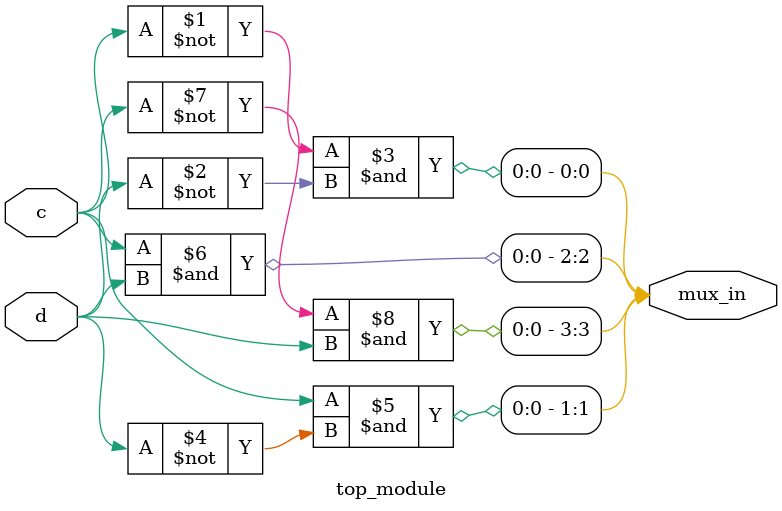
<source format=sv>
module top_module (
    input c,
    input d,
    output [3:0] mux_in
);

assign mux_in[0] = ~c & ~d;
assign mux_in[1] = c & ~d;
assign mux_in[2] = c & d;
assign mux_in[3] = ~c & d;

endmodule

</source>
